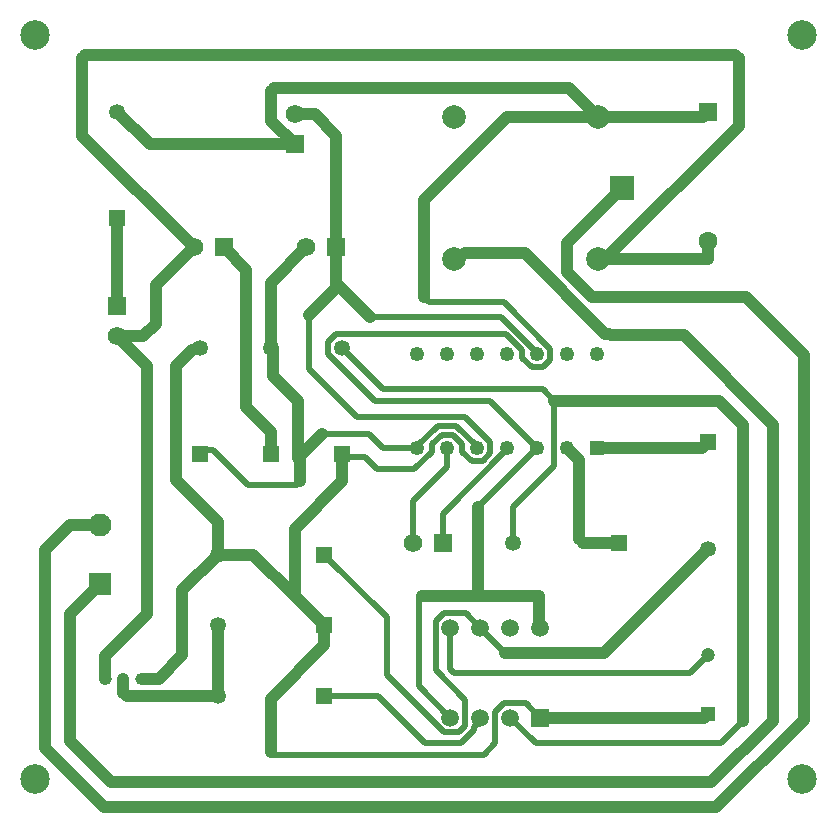
<source format=gbl>
G04*
G04 #@! TF.GenerationSoftware,Altium Limited,Altium Designer,22.7.1 (60)*
G04*
G04 Layer_Physical_Order=2*
G04 Layer_Color=16711680*
%FSLAX44Y44*%
%MOMM*%
G71*
G04*
G04 #@! TF.SameCoordinates,C52D0C66-BE6F-4025-8B9A-53269D1F723A*
G04*
G04*
G04 #@! TF.FilePolarity,Positive*
G04*
G01*
G75*
%ADD15R,1.2500X1.2500*%
%ADD16C,1.2500*%
%ADD21C,2.0000*%
%ADD22R,2.0000X2.0000*%
%ADD24C,1.5700*%
%ADD25R,1.5700X1.5700*%
%ADD26R,1.5700X1.5700*%
%ADD27C,1.6000*%
%ADD28R,1.6000X1.6000*%
%ADD31C,1.2000*%
%ADD32R,1.2000X1.2000*%
%ADD34C,1.0000*%
%ADD35C,1.3500*%
%ADD36R,1.3500X1.3500*%
%ADD37C,1.9500*%
%ADD38R,1.9500X1.9500*%
%ADD39R,1.3500X1.3500*%
%ADD40R,1.5000X1.5000*%
%ADD41C,1.5000*%
%ADD42C,2.5000*%
%ADD43C,0.5000*%
%ADD44C,1.0000*%
D15*
X526200Y330300D02*
D03*
D16*
X500800D02*
D03*
X475400D02*
D03*
X450000D02*
D03*
X424600D02*
D03*
X399200D02*
D03*
X373800D02*
D03*
Y409700D02*
D03*
X399200D02*
D03*
X424600D02*
D03*
X450000D02*
D03*
X475400D02*
D03*
X500800D02*
D03*
X526200D02*
D03*
D21*
X405000Y490000D02*
D03*
Y610000D02*
D03*
X527000D02*
D03*
Y490000D02*
D03*
D22*
X547000Y550000D02*
D03*
D24*
X120000Y424600D02*
D03*
X370000Y250000D02*
D03*
X270000Y612700D02*
D03*
X280000Y500000D02*
D03*
X184600D02*
D03*
D25*
X120000Y450000D02*
D03*
X270000Y587300D02*
D03*
D26*
X395400Y250000D02*
D03*
X305400Y500000D02*
D03*
X210000D02*
D03*
D27*
X620000Y505620D02*
D03*
D28*
Y614380D02*
D03*
D31*
Y155000D02*
D03*
D32*
Y105000D02*
D03*
D34*
X139700Y135000D02*
D03*
X110300D02*
D03*
X125000D02*
D03*
D35*
X455000Y250000D02*
D03*
X120000Y615000D02*
D03*
X205000Y120000D02*
D03*
X310000Y415000D02*
D03*
X205000Y240000D02*
D03*
Y180000D02*
D03*
X620000Y245000D02*
D03*
X190000Y415000D02*
D03*
X250000D02*
D03*
D36*
X545000Y250000D02*
D03*
X295000Y120000D02*
D03*
Y240000D02*
D03*
Y180000D02*
D03*
D37*
X105000Y264998D02*
D03*
D38*
Y214998D02*
D03*
D39*
X120000Y525000D02*
D03*
X310000Y325000D02*
D03*
X620000Y335000D02*
D03*
X190000Y325000D02*
D03*
X250000D02*
D03*
D40*
X478100Y101900D02*
D03*
D41*
X452700D02*
D03*
X427300D02*
D03*
X401900D02*
D03*
X478100Y178100D02*
D03*
X452700D02*
D03*
X427300D02*
D03*
X401900D02*
D03*
D42*
X50000Y50000D02*
D03*
X700000D02*
D03*
X50000Y680000D02*
D03*
X700000D02*
D03*
D43*
X605000Y140000D02*
X404829D01*
X401900Y142929D01*
X389360Y141877D02*
Y183294D01*
X401900Y142929D02*
Y178100D01*
X620000Y155000D02*
X605000Y140000D01*
X414440Y94440D02*
Y116797D01*
X389360Y141877D01*
X448400Y157000D02*
X427300Y178100D01*
X414760Y190640D01*
X384000Y454000D02*
X380000Y458000D01*
X447066Y454000D02*
X384000D01*
X275000Y301929D02*
X272071Y299000D01*
X230558D02*
X201321Y328237D01*
X272071Y299000D02*
X230558D01*
X370000Y250000D02*
Y285000D01*
X399200Y314200D02*
Y330300D01*
Y314200D02*
X370000Y285000D01*
X371466Y312000D02*
X340000D01*
X329240Y322760D02*
X314250D01*
X386500Y327034D02*
Y333566D01*
X310000Y325000D02*
Y329250D01*
X386500Y327034D02*
X371466Y312000D01*
X314250Y322760D02*
X310000Y327010D01*
X340000Y312000D02*
X329240Y322760D01*
X333000Y342000D02*
X293000D01*
X344700Y330300D02*
X333000Y342000D01*
X252929Y70000D02*
X250000Y72929D01*
X430000Y70000D02*
X252929D01*
X513929Y250000D02*
X511000Y252929D01*
X489510Y325624D02*
Y334976D01*
X490000Y325134D02*
X489510Y325624D01*
X490000Y315000D02*
X455000Y280000D01*
X490000Y315000D02*
Y325134D01*
Y335466D02*
X489510Y334976D01*
X631000Y80000D02*
X474600D01*
X650000Y99000D02*
X631000Y80000D01*
X536136Y427000D02*
X533000D01*
X440000Y80000D02*
X430000Y70000D01*
X380332Y80000D02*
X340332Y120000D01*
X421980Y91317D02*
X410663Y80000D01*
X380332D01*
X620000Y105000D02*
X616900Y101900D01*
X478100D02*
X465560Y114440D01*
X414059Y495000D02*
X409059Y490000D01*
X405000D01*
X486690Y414376D02*
X447066Y454000D01*
X251576Y413424D02*
X250000Y415000D01*
X533000Y490000D02*
Y491941D01*
X537374Y494374D02*
X535433D01*
X533000Y490000D02*
X527000D01*
X535433Y494374D02*
X533000Y491941D01*
X646000Y660071D02*
X643071Y663000D01*
X92929D02*
X90000Y660071D01*
X620000Y505620D02*
X617895Y503515D01*
X620281Y490281D02*
X620000Y490000D01*
X252929Y635000D02*
X250000Y632071D01*
X127929Y120000D02*
X125000Y122929D01*
X435700Y370000D02*
X338326D01*
X475400Y330300D02*
X435700Y370000D01*
X338326D02*
X298210Y410117D01*
X490000Y370000D02*
X480000Y380000D01*
X345000D02*
X310000Y415000D01*
X480000Y380000D02*
X345000D01*
X322667Y356670D02*
X282460Y396877D01*
X435890Y334976D02*
X414196Y356670D01*
X322667D01*
X305400Y465400D02*
Y470000D01*
X475400Y409700D02*
Y410930D01*
X486690Y405023D02*
X480076Y398410D01*
X475400Y410930D02*
X444947Y441382D01*
X298210Y410117D02*
Y419884D01*
X444947Y441382D02*
X334018D01*
X462700Y406434D02*
Y412966D01*
X480076Y398410D02*
X470723D01*
X305116Y426790D02*
X298210Y419884D01*
X486690Y405023D02*
Y414376D01*
X470723Y398410D02*
X462700Y406434D01*
Y412966D02*
X448876Y426790D01*
X305116D01*
X193237Y328237D02*
X190000Y325000D01*
X201321Y328237D02*
X193237D01*
X419924Y319010D02*
X411900Y327034D01*
Y333566D01*
X403876Y341590D01*
X394524D02*
X386500Y333566D01*
X373800Y330300D02*
Y331530D01*
X391400Y349130D02*
X373800Y331530D01*
X424600D02*
X407000Y349130D01*
X424600Y330300D02*
Y331530D01*
X282460Y396877D02*
Y442460D01*
X395400Y250000D02*
Y274470D01*
X407000Y349130D02*
X391400D01*
X403876Y341590D02*
X394524D01*
X450000Y329070D02*
X395400Y274470D01*
X435890Y325624D02*
X429276Y319010D01*
X435890Y325624D02*
Y334976D01*
X429276Y319010D02*
X419924D01*
X450000Y329070D02*
Y330300D01*
X373800D02*
X344700D01*
X490000Y335466D02*
Y370000D01*
X190000Y415000D02*
X188374Y413374D01*
X183374D01*
X474600Y80000D02*
X452700Y101900D01*
X620000Y614380D02*
X615620Y610000D01*
X409360Y89360D02*
X396706D01*
X347978Y138088D01*
X414440Y94440D02*
X409360Y89360D01*
X347978Y138088D02*
Y187022D01*
X295000Y240000D01*
X340332Y120000D02*
X295000D01*
X414760Y190640D02*
X396706D01*
X389360Y183294D01*
X427300Y99194D02*
Y101900D01*
X421980Y91317D02*
Y93874D01*
X427300Y99194D02*
X421980Y93874D01*
X440000Y80000D02*
Y106934D01*
X447506Y114440D02*
X440000Y106934D01*
X465560Y114440D02*
X447506D01*
X475400Y330300D02*
X425000Y279900D01*
X455000Y250000D02*
Y280000D01*
X375000Y128800D02*
Y202071D01*
X401900Y101900D02*
X375000Y128800D01*
X377929Y205000D02*
X375000Y202071D01*
X478100Y178100D02*
X476893Y179307D01*
D44*
X620000Y245000D02*
X532000Y157000D01*
X448400D01*
X476893Y205000D02*
X425000D01*
X476893Y179307D02*
Y205000D01*
X380000Y458000D02*
Y540000D01*
X275000Y301929D02*
Y324000D01*
X293000Y342000D02*
X273000Y322000D01*
Y370000D01*
X310000Y302000D02*
Y325000D01*
Y302000D02*
X270000Y262000D01*
Y205000D02*
Y262000D01*
X295000Y163000D02*
X250000Y118000D01*
Y72929D02*
Y118000D01*
X295000Y163000D02*
Y180000D01*
X545000Y250000D02*
X513929D01*
X511000Y320100D02*
X500800Y330300D01*
X511000Y252929D02*
Y320100D01*
X175000Y155000D02*
Y210000D01*
Y155000D02*
X155000Y135000D01*
X205000Y240000D02*
X175000Y210000D01*
X80000Y82000D02*
Y189998D01*
X623000Y47000D02*
X115000D01*
X80000Y82000D01*
X650000Y99000D02*
Y349337D01*
X675000Y99000D02*
X623000Y47000D01*
X109000Y26000D02*
X59000Y76000D01*
X627000Y26000D02*
X109000D01*
X701000Y100000D02*
X627000Y26000D01*
X615300Y330300D02*
X526200D01*
X620000Y335000D02*
X615300Y330300D01*
X675000Y99000D02*
Y350000D01*
X599568Y425432D01*
X701000Y100000D02*
Y409000D01*
X652000Y458000D01*
X522000D02*
X501000Y479000D01*
X652000Y458000D02*
X522000D01*
X465000Y495000D02*
X414059D01*
X533000Y427000D02*
X465000Y495000D01*
X537704Y425432D02*
X536136Y427000D01*
X599568Y425432D02*
X537704D01*
X59000Y76000D02*
Y244000D01*
X79998Y264998D02*
X59000Y244000D01*
X616900Y101900D02*
X478100D01*
X501000Y479000D02*
Y504000D01*
X547000Y550000D02*
X501000Y504000D01*
X273000Y370000D02*
X251576Y391424D01*
Y413424D01*
X229000Y481000D02*
X210000Y500000D01*
X250000Y325000D02*
Y344000D01*
X229000Y365000D01*
Y481000D01*
X250000Y415000D02*
Y470000D01*
X152381Y435381D02*
Y467781D01*
X141600Y424600D02*
X120000D01*
X152381Y435381D02*
X141600Y424600D01*
X145000Y399600D02*
X120000Y424600D01*
X287300Y612700D02*
X270000D01*
X305400Y594600D02*
X287300Y612700D01*
X305400Y500000D02*
Y594600D01*
X570000Y490000D02*
X533000D01*
X646000Y603000D02*
Y660071D01*
Y603000D02*
X537374Y494374D01*
X643071Y663000D02*
X92929D01*
X90000Y594600D02*
Y660071D01*
X184600Y500000D02*
X90000Y594600D01*
X620281Y490281D02*
Y505339D01*
X620000Y490000D02*
X570000D01*
X450000Y610000D02*
X380000Y540000D01*
X527000Y610000D02*
X450000D01*
X250000Y607300D02*
Y632071D01*
X270000Y587300D02*
X250000Y607300D01*
X502000Y635000D02*
X252929D01*
X109300Y135000D02*
Y154300D01*
X145000Y190000D02*
X109300Y154300D01*
X155000Y135000D02*
X140700D01*
X125000Y122929D02*
Y135000D01*
X205000Y120000D02*
X127929D01*
X145000Y190000D02*
Y399600D01*
X170000Y302929D02*
Y400000D01*
X205000Y267929D02*
X170000Y302929D01*
X205000Y240000D02*
Y267929D01*
X105000Y214998D02*
X80000Y189998D01*
X650000Y349337D02*
X629337Y370000D01*
X490000D01*
X305400Y470000D02*
Y500000D01*
X334018Y441382D02*
X305400Y470000D01*
Y465400D02*
X282460Y442460D01*
X184600Y500000D02*
X152381Y467781D01*
X120000Y450000D02*
Y525000D01*
X280000Y500000D02*
X250000Y470000D01*
X270000Y587300D02*
X147700D01*
X120000Y615000D01*
X183374Y413374D02*
X170000Y400000D01*
X235000Y240000D02*
X205000D01*
X270000Y205000D02*
X235000Y240000D01*
X105000Y264998D02*
X79998D01*
X205000Y120000D02*
Y180000D01*
X295000D02*
X270000Y205000D01*
X527000Y610000D02*
X502000Y635000D01*
X615620Y610000D02*
X527000D01*
X425000Y205000D02*
X377929D01*
X425000D02*
Y279900D01*
M02*

</source>
